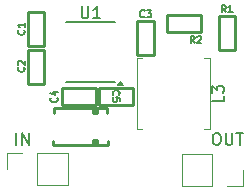
<source format=gbr>
%TF.GenerationSoftware,KiCad,Pcbnew,8.0.4*%
%TF.CreationDate,2026-02-25T15:38:27+07:00*%
%TF.ProjectId,Buck_V1.1,4275636b-5f56-4312-9e31-2e6b69636164,rev?*%
%TF.SameCoordinates,Original*%
%TF.FileFunction,Legend,Top*%
%TF.FilePolarity,Positive*%
%FSLAX46Y46*%
G04 Gerber Fmt 4.6, Leading zero omitted, Abs format (unit mm)*
G04 Created by KiCad (PCBNEW 8.0.4) date 2026-02-25 15:38:27*
%MOMM*%
%LPD*%
G01*
G04 APERTURE LIST*
%ADD10C,0.150000*%
%ADD11C,0.250000*%
%ADD12C,0.120000*%
G04 APERTURE END LIST*
D10*
X132277371Y-35870000D02*
X132248800Y-35841428D01*
X132248800Y-35841428D02*
X132220228Y-35755714D01*
X132220228Y-35755714D02*
X132220228Y-35698571D01*
X132220228Y-35698571D02*
X132248800Y-35612857D01*
X132248800Y-35612857D02*
X132305942Y-35555714D01*
X132305942Y-35555714D02*
X132363085Y-35527143D01*
X132363085Y-35527143D02*
X132477371Y-35498571D01*
X132477371Y-35498571D02*
X132563085Y-35498571D01*
X132563085Y-35498571D02*
X132677371Y-35527143D01*
X132677371Y-35527143D02*
X132734514Y-35555714D01*
X132734514Y-35555714D02*
X132791657Y-35612857D01*
X132791657Y-35612857D02*
X132820228Y-35698571D01*
X132820228Y-35698571D02*
X132820228Y-35755714D01*
X132820228Y-35755714D02*
X132791657Y-35841428D01*
X132791657Y-35841428D02*
X132763085Y-35870000D01*
X132820228Y-36412857D02*
X132820228Y-36127143D01*
X132820228Y-36127143D02*
X132534514Y-36098571D01*
X132534514Y-36098571D02*
X132563085Y-36127143D01*
X132563085Y-36127143D02*
X132591657Y-36184286D01*
X132591657Y-36184286D02*
X132591657Y-36327143D01*
X132591657Y-36327143D02*
X132563085Y-36384286D01*
X132563085Y-36384286D02*
X132534514Y-36412857D01*
X132534514Y-36412857D02*
X132477371Y-36441428D01*
X132477371Y-36441428D02*
X132334514Y-36441428D01*
X132334514Y-36441428D02*
X132277371Y-36412857D01*
X132277371Y-36412857D02*
X132248800Y-36384286D01*
X132248800Y-36384286D02*
X132220228Y-36327143D01*
X132220228Y-36327143D02*
X132220228Y-36184286D01*
X132220228Y-36184286D02*
X132248800Y-36127143D01*
X132248800Y-36127143D02*
X132277371Y-36098571D01*
X127502628Y-36112501D02*
X127531200Y-36141073D01*
X127531200Y-36141073D02*
X127559771Y-36226787D01*
X127559771Y-36226787D02*
X127559771Y-36283930D01*
X127559771Y-36283930D02*
X127531200Y-36369644D01*
X127531200Y-36369644D02*
X127474057Y-36426787D01*
X127474057Y-36426787D02*
X127416914Y-36455358D01*
X127416914Y-36455358D02*
X127302628Y-36483930D01*
X127302628Y-36483930D02*
X127216914Y-36483930D01*
X127216914Y-36483930D02*
X127102628Y-36455358D01*
X127102628Y-36455358D02*
X127045485Y-36426787D01*
X127045485Y-36426787D02*
X126988342Y-36369644D01*
X126988342Y-36369644D02*
X126959771Y-36283930D01*
X126959771Y-36283930D02*
X126959771Y-36226787D01*
X126959771Y-36226787D02*
X126988342Y-36141073D01*
X126988342Y-36141073D02*
X127016914Y-36112501D01*
X127159771Y-35598216D02*
X127559771Y-35598216D01*
X126931200Y-35741073D02*
X127359771Y-35883930D01*
X127359771Y-35883930D02*
X127359771Y-35512501D01*
X129598095Y-28377318D02*
X129598095Y-29186841D01*
X129598095Y-29186841D02*
X129645714Y-29282079D01*
X129645714Y-29282079D02*
X129693333Y-29329699D01*
X129693333Y-29329699D02*
X129788571Y-29377318D01*
X129788571Y-29377318D02*
X129979047Y-29377318D01*
X129979047Y-29377318D02*
X130074285Y-29329699D01*
X130074285Y-29329699D02*
X130121904Y-29282079D01*
X130121904Y-29282079D02*
X130169523Y-29186841D01*
X130169523Y-29186841D02*
X130169523Y-28377318D01*
X131169523Y-29377318D02*
X130598095Y-29377318D01*
X130883809Y-29377318D02*
X130883809Y-28377318D01*
X130883809Y-28377318D02*
X130788571Y-28520175D01*
X130788571Y-28520175D02*
X130693333Y-28615413D01*
X130693333Y-28615413D02*
X130598095Y-28663032D01*
X124056191Y-40124819D02*
X124056191Y-39124819D01*
X124532381Y-40124819D02*
X124532381Y-39124819D01*
X124532381Y-39124819D02*
X125103809Y-40124819D01*
X125103809Y-40124819D02*
X125103809Y-39124819D01*
X141654819Y-35951666D02*
X141654819Y-36427856D01*
X141654819Y-36427856D02*
X140654819Y-36427856D01*
X140654819Y-35713570D02*
X140654819Y-35094523D01*
X140654819Y-35094523D02*
X141035771Y-35427856D01*
X141035771Y-35427856D02*
X141035771Y-35284999D01*
X141035771Y-35284999D02*
X141083390Y-35189761D01*
X141083390Y-35189761D02*
X141131009Y-35142142D01*
X141131009Y-35142142D02*
X141226247Y-35094523D01*
X141226247Y-35094523D02*
X141464342Y-35094523D01*
X141464342Y-35094523D02*
X141559580Y-35142142D01*
X141559580Y-35142142D02*
X141607200Y-35189761D01*
X141607200Y-35189761D02*
X141654819Y-35284999D01*
X141654819Y-35284999D02*
X141654819Y-35570713D01*
X141654819Y-35570713D02*
X141607200Y-35665951D01*
X141607200Y-35665951D02*
X141559580Y-35713570D01*
X124712628Y-33547499D02*
X124741200Y-33576071D01*
X124741200Y-33576071D02*
X124769771Y-33661785D01*
X124769771Y-33661785D02*
X124769771Y-33718928D01*
X124769771Y-33718928D02*
X124741200Y-33804642D01*
X124741200Y-33804642D02*
X124684057Y-33861785D01*
X124684057Y-33861785D02*
X124626914Y-33890356D01*
X124626914Y-33890356D02*
X124512628Y-33918928D01*
X124512628Y-33918928D02*
X124426914Y-33918928D01*
X124426914Y-33918928D02*
X124312628Y-33890356D01*
X124312628Y-33890356D02*
X124255485Y-33861785D01*
X124255485Y-33861785D02*
X124198342Y-33804642D01*
X124198342Y-33804642D02*
X124169771Y-33718928D01*
X124169771Y-33718928D02*
X124169771Y-33661785D01*
X124169771Y-33661785D02*
X124198342Y-33576071D01*
X124198342Y-33576071D02*
X124226914Y-33547499D01*
X124226914Y-33318928D02*
X124198342Y-33290356D01*
X124198342Y-33290356D02*
X124169771Y-33233214D01*
X124169771Y-33233214D02*
X124169771Y-33090356D01*
X124169771Y-33090356D02*
X124198342Y-33033214D01*
X124198342Y-33033214D02*
X124226914Y-33004642D01*
X124226914Y-33004642D02*
X124284057Y-32976071D01*
X124284057Y-32976071D02*
X124341200Y-32976071D01*
X124341200Y-32976071D02*
X124426914Y-33004642D01*
X124426914Y-33004642D02*
X124769771Y-33347499D01*
X124769771Y-33347499D02*
X124769771Y-32976071D01*
X139170000Y-31499771D02*
X138970000Y-31214057D01*
X138827143Y-31499771D02*
X138827143Y-30899771D01*
X138827143Y-30899771D02*
X139055714Y-30899771D01*
X139055714Y-30899771D02*
X139112857Y-30928342D01*
X139112857Y-30928342D02*
X139141428Y-30956914D01*
X139141428Y-30956914D02*
X139170000Y-31014057D01*
X139170000Y-31014057D02*
X139170000Y-31099771D01*
X139170000Y-31099771D02*
X139141428Y-31156914D01*
X139141428Y-31156914D02*
X139112857Y-31185485D01*
X139112857Y-31185485D02*
X139055714Y-31214057D01*
X139055714Y-31214057D02*
X138827143Y-31214057D01*
X139398571Y-30956914D02*
X139427143Y-30928342D01*
X139427143Y-30928342D02*
X139484286Y-30899771D01*
X139484286Y-30899771D02*
X139627143Y-30899771D01*
X139627143Y-30899771D02*
X139684286Y-30928342D01*
X139684286Y-30928342D02*
X139712857Y-30956914D01*
X139712857Y-30956914D02*
X139741428Y-31014057D01*
X139741428Y-31014057D02*
X139741428Y-31071200D01*
X139741428Y-31071200D02*
X139712857Y-31156914D01*
X139712857Y-31156914D02*
X139370000Y-31499771D01*
X139370000Y-31499771D02*
X139741428Y-31499771D01*
X124722628Y-30397499D02*
X124751200Y-30426071D01*
X124751200Y-30426071D02*
X124779771Y-30511785D01*
X124779771Y-30511785D02*
X124779771Y-30568928D01*
X124779771Y-30568928D02*
X124751200Y-30654642D01*
X124751200Y-30654642D02*
X124694057Y-30711785D01*
X124694057Y-30711785D02*
X124636914Y-30740356D01*
X124636914Y-30740356D02*
X124522628Y-30768928D01*
X124522628Y-30768928D02*
X124436914Y-30768928D01*
X124436914Y-30768928D02*
X124322628Y-30740356D01*
X124322628Y-30740356D02*
X124265485Y-30711785D01*
X124265485Y-30711785D02*
X124208342Y-30654642D01*
X124208342Y-30654642D02*
X124179771Y-30568928D01*
X124179771Y-30568928D02*
X124179771Y-30511785D01*
X124179771Y-30511785D02*
X124208342Y-30426071D01*
X124208342Y-30426071D02*
X124236914Y-30397499D01*
X124779771Y-29826071D02*
X124779771Y-30168928D01*
X124779771Y-29997499D02*
X124179771Y-29997499D01*
X124179771Y-29997499D02*
X124265485Y-30054642D01*
X124265485Y-30054642D02*
X124322628Y-30111785D01*
X124322628Y-30111785D02*
X124351200Y-30168928D01*
X134920000Y-29245128D02*
X134891428Y-29273700D01*
X134891428Y-29273700D02*
X134805714Y-29302271D01*
X134805714Y-29302271D02*
X134748571Y-29302271D01*
X134748571Y-29302271D02*
X134662857Y-29273700D01*
X134662857Y-29273700D02*
X134605714Y-29216557D01*
X134605714Y-29216557D02*
X134577143Y-29159414D01*
X134577143Y-29159414D02*
X134548571Y-29045128D01*
X134548571Y-29045128D02*
X134548571Y-28959414D01*
X134548571Y-28959414D02*
X134577143Y-28845128D01*
X134577143Y-28845128D02*
X134605714Y-28787985D01*
X134605714Y-28787985D02*
X134662857Y-28730842D01*
X134662857Y-28730842D02*
X134748571Y-28702271D01*
X134748571Y-28702271D02*
X134805714Y-28702271D01*
X134805714Y-28702271D02*
X134891428Y-28730842D01*
X134891428Y-28730842D02*
X134920000Y-28759414D01*
X135120000Y-28702271D02*
X135491428Y-28702271D01*
X135491428Y-28702271D02*
X135291428Y-28930842D01*
X135291428Y-28930842D02*
X135377143Y-28930842D01*
X135377143Y-28930842D02*
X135434286Y-28959414D01*
X135434286Y-28959414D02*
X135462857Y-28987985D01*
X135462857Y-28987985D02*
X135491428Y-29045128D01*
X135491428Y-29045128D02*
X135491428Y-29187985D01*
X135491428Y-29187985D02*
X135462857Y-29245128D01*
X135462857Y-29245128D02*
X135434286Y-29273700D01*
X135434286Y-29273700D02*
X135377143Y-29302271D01*
X135377143Y-29302271D02*
X135205714Y-29302271D01*
X135205714Y-29302271D02*
X135148571Y-29273700D01*
X135148571Y-29273700D02*
X135120000Y-29245128D01*
X140940000Y-39114819D02*
X141130476Y-39114819D01*
X141130476Y-39114819D02*
X141225714Y-39162438D01*
X141225714Y-39162438D02*
X141320952Y-39257676D01*
X141320952Y-39257676D02*
X141368571Y-39448152D01*
X141368571Y-39448152D02*
X141368571Y-39781485D01*
X141368571Y-39781485D02*
X141320952Y-39971961D01*
X141320952Y-39971961D02*
X141225714Y-40067200D01*
X141225714Y-40067200D02*
X141130476Y-40114819D01*
X141130476Y-40114819D02*
X140940000Y-40114819D01*
X140940000Y-40114819D02*
X140844762Y-40067200D01*
X140844762Y-40067200D02*
X140749524Y-39971961D01*
X140749524Y-39971961D02*
X140701905Y-39781485D01*
X140701905Y-39781485D02*
X140701905Y-39448152D01*
X140701905Y-39448152D02*
X140749524Y-39257676D01*
X140749524Y-39257676D02*
X140844762Y-39162438D01*
X140844762Y-39162438D02*
X140940000Y-39114819D01*
X141797143Y-39114819D02*
X141797143Y-39924342D01*
X141797143Y-39924342D02*
X141844762Y-40019580D01*
X141844762Y-40019580D02*
X141892381Y-40067200D01*
X141892381Y-40067200D02*
X141987619Y-40114819D01*
X141987619Y-40114819D02*
X142178095Y-40114819D01*
X142178095Y-40114819D02*
X142273333Y-40067200D01*
X142273333Y-40067200D02*
X142320952Y-40019580D01*
X142320952Y-40019580D02*
X142368571Y-39924342D01*
X142368571Y-39924342D02*
X142368571Y-39114819D01*
X142701905Y-39114819D02*
X143273333Y-39114819D01*
X142987619Y-40114819D02*
X142987619Y-39114819D01*
X141800000Y-28889771D02*
X141600000Y-28604057D01*
X141457143Y-28889771D02*
X141457143Y-28289771D01*
X141457143Y-28289771D02*
X141685714Y-28289771D01*
X141685714Y-28289771D02*
X141742857Y-28318342D01*
X141742857Y-28318342D02*
X141771428Y-28346914D01*
X141771428Y-28346914D02*
X141800000Y-28404057D01*
X141800000Y-28404057D02*
X141800000Y-28489771D01*
X141800000Y-28489771D02*
X141771428Y-28546914D01*
X141771428Y-28546914D02*
X141742857Y-28575485D01*
X141742857Y-28575485D02*
X141685714Y-28604057D01*
X141685714Y-28604057D02*
X141457143Y-28604057D01*
X142371428Y-28889771D02*
X142028571Y-28889771D01*
X142200000Y-28889771D02*
X142200000Y-28289771D01*
X142200000Y-28289771D02*
X142142857Y-28375485D01*
X142142857Y-28375485D02*
X142085714Y-28432628D01*
X142085714Y-28432628D02*
X142028571Y-28461200D01*
D11*
%TO.C,D3*%
X127180000Y-40152500D02*
X127180000Y-39752501D01*
X127230000Y-37002500D02*
X127230000Y-37402500D01*
X131780000Y-37002500D02*
X127230000Y-37002500D01*
X131780000Y-37402500D02*
X131780000Y-37002500D01*
X131830000Y-40152500D02*
X127180000Y-40152500D01*
X131830000Y-40152500D02*
X131830000Y-39752500D01*
X130880000Y-37402500D02*
X130530000Y-37402500D01*
X130530001Y-37002500D01*
X130880000Y-37002500D01*
X130880000Y-37402500D01*
G36*
X130880000Y-37402500D02*
G01*
X130530000Y-37402500D01*
X130530001Y-37002500D01*
X130880000Y-37002500D01*
X130880000Y-37402500D01*
G37*
X130880000Y-40152500D02*
X130530000Y-40152500D01*
X130530000Y-39702500D01*
X130880000Y-39702500D01*
X130880000Y-40152500D01*
G36*
X130880000Y-40152500D02*
G01*
X130530000Y-40152500D01*
X130530000Y-39702500D01*
X130880000Y-39702500D01*
X130880000Y-40152500D01*
G37*
%TO.C,C5*%
X133985800Y-36702500D02*
X131084200Y-36702500D01*
X131084200Y-35302500D01*
X133985800Y-35302500D01*
X133985800Y-36702500D01*
%TO.C,C4*%
X130795800Y-36702501D02*
X127894200Y-36702501D01*
X127894200Y-35302501D01*
X130795800Y-35302501D01*
X130795800Y-36702501D01*
D10*
%TO.C,U1*%
X132435001Y-29667500D02*
X128284999Y-29667500D01*
X132435001Y-34817500D02*
X128284999Y-34817500D01*
D12*
X133100000Y-35072500D02*
X132620000Y-35072500D01*
X132860000Y-34742500D01*
X133100000Y-35072500D01*
G36*
X133100000Y-35072500D02*
G01*
X132620000Y-35072500D01*
X132860000Y-34742500D01*
X133100000Y-35072500D01*
G37*
%TO.C,IN*%
X123250000Y-40840000D02*
X124580000Y-40840000D01*
X123250000Y-42170000D02*
X123250000Y-40840000D01*
X125850001Y-40840000D02*
X128450000Y-40840000D01*
X125850001Y-43500000D02*
X125850001Y-40840000D01*
X125850001Y-43500000D02*
X128450000Y-43500000D01*
X128450000Y-43500000D02*
X128450000Y-40840000D01*
%TO.C,L3*%
X134260000Y-32785000D02*
X134260000Y-38785000D01*
X134260000Y-32785000D02*
X134750000Y-32785000D01*
X134260000Y-38785000D02*
X134750000Y-38785000D01*
X140460000Y-32785000D02*
X139970000Y-32785000D01*
X140460000Y-32785000D02*
X140460000Y-38785000D01*
X140460000Y-38785000D02*
X139970000Y-38785000D01*
D11*
%TO.C,C2*%
X126420000Y-34958300D02*
X125020000Y-34958300D01*
X125020000Y-32056700D01*
X126420000Y-32056700D01*
X126420000Y-34958300D01*
%TO.C,R2*%
X139705000Y-30540000D02*
X136805000Y-30540000D01*
X136805000Y-29140000D01*
X139705000Y-29140000D01*
X139705000Y-30540000D01*
%TO.C,C1*%
X126430000Y-31728300D02*
X125030000Y-31728300D01*
X125030000Y-28826700D01*
X126430000Y-28826700D01*
X126430000Y-31728300D01*
%TO.C,C3*%
X135690000Y-32483300D02*
X134290000Y-32483300D01*
X134290000Y-29581700D01*
X135690000Y-29581700D01*
X135690000Y-32483300D01*
D12*
%TO.C,OUT*%
X138070000Y-40910000D02*
X138070000Y-43570000D01*
X140669999Y-40910000D02*
X138070000Y-40910000D01*
X140669999Y-40910000D02*
X140669999Y-43570000D01*
X140669999Y-43570000D02*
X138070000Y-43570000D01*
X143270000Y-42240000D02*
X143270000Y-43570000D01*
X143270000Y-43570000D02*
X141940000Y-43570000D01*
D11*
%TO.C,R1*%
X142620000Y-32060000D02*
X141220000Y-32060000D01*
X141220000Y-29160000D01*
X142620000Y-29160000D01*
X142620000Y-32060000D01*
%TD*%
M02*

</source>
